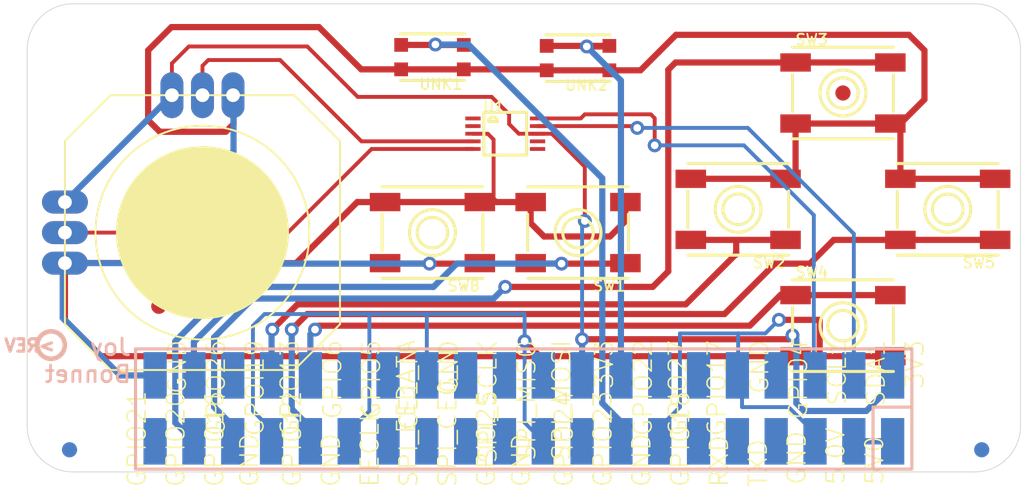
<source format=kicad_pcb>
(kicad_pcb (version 20211014) (generator pcbnew)
  (layers (0 "F.Cu" signal) (31 "B.Cu" signal) (34 "B.Paste" user) (35 "F.Paste" user) (36 "B.SilkS" user "B.Silkscreen") (37 "F.SilkS" user "F.Silkscreen") (38 "B.Mask" user) (39 "F.Mask" user) (44 "Edge.Cuts" user))
  (net 0 "")
  (net 1 "SDA")
  (net 2 "SCL")
  (net 3 "GPIO4")
  (net 4 "GPIO17")
  (net 5 "GPIO27")
  (net 6 "SPI_MOSI")
  (net 7 "SPI_MISO")
  (net 8 "SPI_SCLK")
  (net 9 "GPIO5")
  (net 10 "3.3V")
  (net 11 "GND")
  (net 12 "TXD")
  (net 13 "RXD")
  (net 14 "GPIO24")
  (net 15 "GPIO25")
  (net 16 "SPI_CE0")
  (net 17 "SPI_CE1")
  (net 18 "EECLK")
  (net 19 "EEDATA")
  (net 20 "+5V")
  (net 21 "BCLK")
  (net 22 "LRCLK")
  (net 23 "DIN")
  (net 24 "JOYVERT")
  (net 25 "A")
  (net 26 "Y")
  (net 27 "X")
  (net 28 "B")
  (net 29 "SELECT")
  (net 30 "START")
  (net 31 "PLAYER1")
  (net 32 "PLAYER2")
  (net 33 "JOYHORIZ")
  (footprint "boardEagle:MSOP10" (layer "F.Cu") (at 147.2826 98.1824 -90)
    (fp_text reference "U1" (at -1.778 1.524) (layer "F.SilkS") (effects (font (size 0.692831 0.692831) (thickness 0.119969)) (justify left)))
    (fp_text value "ADS1015")
    (fp_line (start -1.4 -1.4) (end 1.4 -1.4) (layer "F.SilkS") (width 0.2032))
    (fp_line (start -0.8 0.5) (end -0.8 1.1) (layer "F.SilkS") (width 0.2032))
    (fp_line (start -1.4 1.4) (end -1.4 -1.4) (layer "F.SilkS") (width 0.2032))
    (fp_line (start 1.4 1.4) (end -1.4 1.4) (layer "F.SilkS") (width 0.2032))
    (fp_line (start 1.4 -1.4) (end 1.4 1.4) (layer "F.SilkS") (width 0.2032))
    (fp_arc (start -0.8 1.1) (mid -1.1 0.8) (end -0.8 0.5) (layer "F.SilkS") (width 0.2032))
    (pad "1" smd rect (at -1 2.1131 270) (size 0.25 1) (layers "F.Cu" "F.Paste" "F.Mask"))
    (pad "2" smd rect (at -0.5 2.1131 270) (size 0.25 1) (layers "F.Cu" "F.Paste" "F.Mask"))
    (pad "3" smd rect (at 0 2.1131 270) (size 0.25 1) (layers "F.Cu" "F.Paste" "F.Mask") (net 11 "GND"))
    (pad "4" smd rect (at 0.5 2.1131 270) (size 0.25 1) (layers "F.Cu" "F.Paste" "F.Mask") (net 33 "JOYHORIZ"))
    (pad "5" smd rect (at 1 2.1131 270) (size 0.25 1) (layers "F.Cu" "F.Paste" "F.Mask") (net 24 "JOYVERT"))
    (pad "6" smd rect (at 1 -2.1131 90) (size 0.25 1) (layers "F.Cu" "F.Paste" "F.Mask"))
    (pad "7" smd rect (at 0.5 -2.1131 90) (size 0.25 1) (layers "F.Cu" "F.Paste" "F.Mask"))
    (pad "8" smd rect (at 0 -2.1131 90) (size 0.25 1) (layers "F.Cu" "F.Paste" "F.Mask") (net 10 "3.3V"))
    (pad "9" smd rect (at -0.5 -2.1131 90) (size 0.25 1) (layers "F.Cu" "F.Paste" "F.Mask") (net 1 "SDA"))
    (pad "10" smd rect (at -1 -2.1131 90) (size 0.25 1) (layers "F.Cu" "F.Paste" "F.Mask") (net 2 "SCL"))
  )
  (footprint "boardEagle:EVQ-Q2_SMALLER" (layer "F.Cu") (at 169.3806 110.7554)
    (fp_text reference "SW4" (at -3.175 -3.5) (layer "F.SilkS") (effects (font (size 0.692831 0.692831) (thickness 0.119969)) (justify left)))
    (fp_text value "EVQQ")
    (fp_line (start 3.3 -1.2) (end 3.3 1.2) (layer "F.SilkS") (width 0.2032))
    (fp_line (start -3.3 -3) (end 3.3 -3) (layer "F.SilkS") (width 0.2032))
    (fp_line (start -3.3 1.2) (end -3.3 -1.2) (layer "F.SilkS") (width 0.2032))
    (fp_line (start 3.3 3) (end -3.3 3) (layer "F.SilkS") (width 0.2032))
    (fp_circle (center 0 0) (end 1 0) (layer "F.SilkS") (width 0.2032) (fill none))
    (fp_circle (center 0 0) (end 1.5033 0) (layer "F.SilkS") (width 0.2032) (fill none))
    (pad "A" smd rect (at -3.1 2) (size 2 1.2) (layers "F.Cu" "F.Paste" "F.Mask") (net 11 "GND"))
    (pad "A'" smd rect (at 3.1 2) (size 2 1.2) (layers "F.Cu" "F.Paste" "F.Mask") (net 11 "GND"))
    (pad "B" smd rect (at -3.1 -2) (size 2 1.2) (layers "F.Cu" "F.Paste" "F.Mask") (net 28 "B"))
    (pad "B'" smd rect (at 3.1 -2) (size 2 1.2) (layers "F.Cu" "F.Paste" "F.Mask") (net 28 "B"))
  )
  (footprint "boardEagle:FIDUCIAL_1MM" (layer "F.Cu") (at 169.3806 95.5154)
    (fp_text reference "FID2" hide)
    (fp_text value "FIDUCIAL_1MM" hide)
    (pad "1" smd roundrect (at 0 0) (size 1 1) (layers "F.Cu" "F.Mask") (roundrect_rratio 0.5))
  )
  (footprint "boardEagle:JOYSTICK_ANALOG_MINITHM" (layer "F.Cu") (at 127.4706 104.6594 90)
    (fp_text reference "JOY1" hide)
    (fp_text value "JOYSTICK_ANALOG_XY" hide)
    (fp_line (start 6 -9) (end 9 -6) (layer "F.SilkS") (width 0.127))
    (fp_line (start 6 9) (end -6 9) (layer "F.SilkS") (width 0.127))
    (fp_line (start -9 6) (end -9 -6) (layer "F.SilkS") (width 0.127))
    (fp_line (start -6 -9) (end 6 -9) (layer "F.SilkS") (width 0.127))
    (fp_line (start 9 -6) (end 9 6) (layer "F.SilkS") (width 0.127))
    (fp_line (start -9 -6) (end -6 -9) (layer "F.SilkS") (width 0.127))
    (fp_line (start -6 9) (end -9 6) (layer "F.SilkS") (width 0.127))
    (fp_line (start 9 6) (end 6 9) (layer "F.SilkS") (width 0.127))
    (fp_circle (center 0 0) (end 7 0) (layer "F.SilkS") (width 0.127) (fill none))
    (fp_poly (pts (xy 0.467692 -5.64421) (xy 0.932191 -5.58631) (xy 1.390321 -5.490251) (xy 1.838953 -5.356688) (xy 2.275024 -5.186532) (xy 2.695554 -4.980947) (xy 3.097671 -4.741338) (xy 3.478627 -4.46934) (xy 3.835821 -4.166812) (xy 4.166812 -3.835821) (xy 4.46934 -3.478627) (xy 4.741338 -3.097671) (xy 4.980947 -2.695554) (xy 5.186532 -2.275024) (xy 5.356688 -1.838953) (xy 5.490251 -1.390321) (xy 5.586581 -0.930903) (xy 5.663609 -0.001315) (xy 5.64421 0.467692) (xy 5.58631 0.932191) (xy 5.490251 1.390321) (xy 5.356688 1.838953) (xy 5.186532 2.275024) (xy 4.980947 2.695554) (xy 4.741338 3.097671) (xy 4.46934 3.478627) (xy 4.166812 3.835821) (xy 3.835821 4.166812) (xy 3.478627 4.46934) (xy 3.097671 4.741338) (xy 2.695554 4.980947) (xy 2.275024 5.186532) (xy 1.838953 5.356688) (xy 1.390321 5.490251) (xy 0.932191 5.58631) (xy 0.467692 5.64421) (xy 0 5.663554) (xy -0.467692 5.64421) (xy -0.932191 5.58631) (xy -1.390321 5.490251) (xy -1.838953 5.356688) (xy -2.275024 5.186532) (xy -2.695554 4.980947) (xy -3.097671 4.741338) (xy -3.478627 4.46934) (xy -3.835821 4.166812) (xy -4.166812 3.835821) (xy -4.46934 3.478627) (xy -4.741338 3.097671) (xy -4.980947 2.695554) (xy -5.186532 2.275024) (xy -5.356688 1.838953) (xy -5.490251 1.390321) (xy -5.58631 0.932191) (xy -5.64421 0.467692) (xy -5.663554 0) (xy -5.64421 -0.467692) (xy -5.58631 -0.932191) (xy -5.490251 -1.390321) (xy -5.356688 -1.838953) (xy -5.186532 -2.275024) (xy -4.980947 -2.695554) (xy -4.741338 -3.097671) (xy -4.46934 -3.478627) (xy -4.166812 -3.835821) (xy -3.835821 -4.166812) (xy -3.478627 -4.46934) (xy -3.097671 -4.741338) (xy -2.695554 -4.980947) (xy -2.275024 -5.186532) (xy -1.838953 -5.356688) (xy -1.390321 -5.490251) (xy -0.932191 -5.58631) (xy -0.467692 -5.64421) (xy 0 -5.663554)) (layer "F.SilkS") (width 0) (fill solid))
    (pad "" np_thru_hole circle (at 6 6 90) (size 1.6 1.6) (drill 1.6) (layers *.Cu *.Mask))
    (pad "" np_thru_hole circle (at -6 -6 90) (size 1.6 1.6) (drill 1.6) (layers *.Cu *.Mask))
    (pad "X" thru_hole oval (at 0 -9 180) (size 3 1.5) (drill 0.9) (layers *.Cu *.Mask) (net 24 "JOYVERT"))
    (pad "X+" thru_hole oval (at 2 -9 180) (size 3 1.5) (drill 0.9) (layers *.Cu *.Mask) (net 10 "3.3V"))
    (pad "X-" thru_hole oval (at -2 -9 180) (size 3 1.5) (drill 0.9) (layers *.Cu *.Mask) (net 11 "GND"))
    (pad "Y" thru_hole oval (at 9 0 90) (size 3 1.5) (drill 0.9) (layers *.Cu *.Mask) (net 33 "JOYHORIZ"))
    (pad "Y+" thru_hole oval (at 9 -2 90) (size 3 1.5) (drill 0.9) (layers *.Cu *.Mask) (net 10 "3.3V"))
    (pad "Y-" thru_hole oval (at 9 2 90) (size 3 1.5) (drill 0.9) (layers *.Cu *.Mask) (net 11 "GND"))
  )
  (footprint "boardEagle:EVQ-Q2_SMALLER" (layer "F.Cu") (at 176.2386 103.1354 180)
    (fp_text reference "SW5" (at -3.175 -3.5) (layer "F.SilkS") (effects (font (size 0.692831 0.692831) (thickness 0.119969)) (justify right)))
    (fp_text value "EVQQ")
    (fp_line (start -3.3 1.2) (end -3.3 -1.2) (layer "F.SilkS") (width 0.2032))
    (fp_line (start 3.3 3) (end -3.3 3) (layer "F.SilkS") (width 0.2032))
    (fp_line (start -3.3 -3) (end 3.3 -3) (layer "F.SilkS") (width 0.2032))
    (fp_line (start 3.3 -1.2) (end 3.3 1.2) (layer "F.SilkS") (width 0.2032))
    (fp_circle (center 0 0) (end 1 0) (layer "F.SilkS") (width 0.2032) (fill none))
    (fp_circle (center 0 0) (end 1.5033 0) (layer "F.SilkS") (width 0.2032) (fill none))
    (pad "A" smd rect (at -3.1 2 180) (size 2 1.2) (layers "F.Cu" "F.Paste" "F.Mask") (net 11 "GND"))
    (pad "A'" smd rect (at 3.1 2 180) (size 2 1.2) (layers "F.Cu" "F.Paste" "F.Mask") (net 11 "GND"))
    (pad "B" smd rect (at -3.1 -2 180) (size 2 1.2) (layers "F.Cu" "F.Paste" "F.Mask") (net 25 "A"))
    (pad "B'" smd rect (at 3.1 -2 180) (size 2 1.2) (layers "F.Cu" "F.Paste" "F.Mask") (net 25 "A"))
  )
  (footprint "boardEagle:PI_BONNET_SMT" (layer "F.Cu") (at 181.0011 89.6734 180)
    (fp_text reference "RPI1" hide)
    (fp_text value "RASPBERRYPI_BPLUS_BONNETSMT" hide)
    (fp_text user "GPIO23" (at 26.6576 -31.7378 270) (layer "F.SilkS") (effects (font (size 1.1684 1.1684) (thickness 0.1016)) (justify left bottom)))
    (fp_text user "GPIO12" (at 46.9776 -31.7378 270) (layer "F.SilkS") (effects (font (size 1.1684 1.1684) (thickness 0.1016)) (justify left bottom)))
    (fp_text user "GND" (at 13.9576 -31.5854 270) (layer "F.SilkS") (effects (font (size 1.1684 1.1684) (thickness 0.1016)) (justify left bottom)))
    (fp_text user "GPIO25" (at 34.2776 -31.7378 270) (layer "F.SilkS") (effects (font (size 1.1684 1.1684) (thickness 0.1016)) (justify left bottom)))
    (fp_text user "GND" (at 55.8676 -21.9334 270) (layer "F.SilkS") (effects (font (size 1.1684 1.1684) (thickness 0.1016)) (justify right top)))
    (fp_text user "GPIO27" (at 23.1016 -21.9334 270) (layer "F.SilkS") (effects (font (size 1.1684 1.1684) (thickness 0.1016)) (justify right top)))
    (fp_text user "RXD" (at 19.0376 -31.7378 270) (layer "F.SilkS") (effects (font (size 1.1684 1.1684) (thickness 0.1016)) (justify left bottom)))
    (fp_text user "GND" (at 49.7716 -31.7378 270) (layer "F.SilkS") (effects (font (size 1.1684 1.1684) (thickness 0.1016)) (justify left bottom)))
    (fp_text user "GPIO21" (at 57.1376 -31.7378 270) (layer "F.SilkS") (effects (font (size 1.1684 1.1684) (thickness 0.1016)) (justify left bottom)))
    (fp_text user "GPIO6" (at 45.7076 -21.9334 270) (layer "F.SilkS") (effects (font (size 1.1684 1.1684) (thickness 0.1016)) (justify right top)))
    (fp_text user "GND" (at 31.9916 -31.7378 270) (layer "F.SilkS") (effects (font (size 1.1684 1.1684) (thickness 0.1016)) (justify left bottom)))
    (fp_text user "SCL1" (at 12.6876 -21.9334 270) (layer "F.SilkS") (effects (font (size 1.1684 1.1684) (thickness 0.1016)) (justify right top)))
    (fp_text user "GPIO20" (at 54.5976 -31.7378 270) (layer "F.SilkS") (effects (font (size 1.1684 1.1684) (thickness 0.1016)) (justify left bottom)))
    (fp_text user "SPI_SCLK" (at 35.5476 -21.9334 270) (layer "F.SilkS") (effects (font (size 1.1684 1.1684) (thickness 0.1016)) (justify right top)))
    (fp_text user "5.0V" (at 11.4176 -31.5854 270) (layer "F.SilkS") (effects (font (size 1.1684 1.1684) (thickness 0.1016)) (justify left bottom)))
    (fp_text user "EECLK" (at 41.8976 -31.7378 270) (layer "F.SilkS") (effects (font (size 1.1684 1.1684) (thickness 0.1016)) (justify left bottom)))
    (fp_text user "GPIO24" (at 29.1976 -31.7378 270) (layer "F.SilkS") (effects (font (size 1.1684 1.1684) (thickness 0.1016)) (justify left bottom)))
    (fp_text user "GPIO5" (at 43.1676 -21.9334 270) (layer "F.SilkS") (effects (font (size 1.1684 1.1684) (thickness 0.1016)) (justify right top)))
    (fp_text user "SPI_MOSI" (at 30.7216 -21.9334 270) (layer "F.SilkS") (effects (font (size 1.1684 1.1684) (thickness 0.1016)) (justify right top)))
    (fp_text user "GND" (at 17.7676 -21.9334 270) (layer "F.SilkS") (effects (font (size 1.1684 1.1684) (thickness 0.1016)) (justify right top)))
    (fp_text user "SPI_CE1_N" (at 39.3576 -31.7378 270) (layer "F.SilkS") (effects (font (size 1.1684 1.1684) (thickness 0.1016)) (justify left bottom)))
    (fp_text user "GPIO13" (at 48.5016 -21.9334 270) (layer "F.SilkS") (effects (font (size 1.1684 1.1684) (thickness 0.1016)) (justify right top)))
    (fp_text user "GND" (at 38.0876 -21.9334 270) (layer "F.SilkS") (effects (font (size 1.1684 1.1684) (thickness 0.1016)) (justify right top)))
    (fp_text user "GPIO17" (at 20.5616 -21.9334 270) (layer "F.SilkS") (effects (font (size 1.1684 1.1684) (thickness 0.1016)) (justify right top)))
    (fp_text user "SPI_CE0_N" (at 36.8176 -31.7378 270) (layer "F.SilkS") (effects (font (size 1.1684 1.1684) (thickness 0.1016)) (justify left bottom)))
    (fp_text user "GPIO26" (at 53.3276 -21.9334 270) (layer "F.SilkS") (effects (font (size 1.1684 1.1684) (thickness 0.1016)) (justify right top)))
    (fp_text user "3V3" (at 27.9276 -21.9334 270) (layer "F.SilkS") (effects (font (size 1.1684 1.1684) (thickness 0.1016)) (justify right top)))
    (fp_text user "3V3" (at 7.6076 -21.9334 270) (layer "F.SilkS") (effects (font (size 1.1684 1.1684) (thickness 0.1016)) (justify right top)))
    (fp_text user "SPI_MISO" (at 33.0076 -21.9334 270) (layer "F.SilkS") (effects (font (size 1.1684 1.1684) (thickness 0.1016)) (justify right top)))
    (fp_text user "GND" (at 24.1176 -31.7378 270) (layer "F.SilkS") (effects (font (size 1.1684 1.1684) (thickness 0.1016)) (justify left bottom)))
    (fp_text user "GPIO16" (at 52.0576 -31.7378 270) (layer "F.SilkS") (effects (font (size 1.1684 1.1684) (thickness 0.1016)) (justify left bottom)))
    (fp_text user "GPIO22" (at 25.3876 -21.9334 270) (layer "F.SilkS") (effects (font (size 1.1684 1.1684) (thickness 0.1016)) (justify right top)))
    (fp_text user "GND" (at 44.4376 -31.7378 270) (layer "F.SilkS") (effects (font (size 1.1684 1.1684) (thickness 0.1016)) (justify left bottom)))
    (fp_text user "GPIO18" (at 21.5776 -31.7378 270) (layer "F.SilkS") (effects (font (size 1.1684 1.1684) (thickness 0.1016)) (justify left bottom)))
    (fp_text user "EEDATA" (at 40.8816 -21.9334 270) (layer "F.SilkS") (effects (font (size 1.1684 1.1684) (thickness 0.1016)) (justify right top)))
    (fp_text user "GPOI19" (at 50.7876 -21.9334 270) (layer "F.SilkS") (effects (font (size 1.1684 1.1684) (thickness 0.1016)) (justify right top)))
    (fp_text user "TXD" (at 16.4976 -31.7378 270) (layer "F.SilkS") (effects (font (size 1.1684 1.1684) (thickness 0.1016)) (justify left bottom)))
    (fp_text user "SDA1" (at 10.1476 -21.9334 270) (layer "F.SilkS") (effects (font (size 1.1684 1.1684) (thickness 0.1016)) (justify right top)))
    (fp_text user "5V0" (at 8.8776 -31.5854 270) (layer "F.SilkS") (effects (font (size 1.1684 1.1684) (thickness 0.1016)) (justify left bottom)))
    (fp_text user "GPIO4" (at 15.2276 -21.9334 270) (layer "F.SilkS") (effects (font (size 1.1684 1.1684) (thickness 0.1016)) (justify right top)))
    (fp_line (start 9.652 -30.48) (end 7.112 -30.48) (layer "B.SilkS") (width 0.2032))
    (fp_line (start 7.112 -26.416) (end 7.112 -22.606) (layer "B.SilkS") (width 0.2032))
    (fp_line (start 57.912 -22.606) (end 57.912 -30.48) (layer "B.SilkS") (width 0.2032))
    (fp_line (start 7.112 -30.48) (end 7.112 -26.416) (layer "B.SilkS") (width 0.2032))
    (fp_line (start 57.912 -30.48) (end 9.652 -30.48) (layer "B.SilkS") (width 0.2032))
    (fp_line (start 7.112 -26.416) (end 9.652 -26.416) (layer "B.SilkS") (width 0.2032))
    (fp_line (start 7.112 -22.606) (end 57.912 -22.606) (layer "B.SilkS") (width 0.2032))
    (fp_line (start 9.652 -26.416) (end 9.652 -30.48) (layer "B.SilkS") (width 0.2032))
    (fp_line (start 65 -3) (end 65 -27.6604) (layer "Edge.Cuts") (width 0.05))
    (fp_line (start 0 -27.6604) (end 0 -3) (layer "Edge.Cuts") (width 0.05))
    (fp_line (start 3 0) (end 62 0) (layer "Edge.Cuts") (width 0.05))
    (fp_line (start 62 -30.6604) (end 3 -30.6604) (layer "Edge.Cuts") (width 0.05))
    (fp_arc (start 65 -3) (mid 64.12132 -0.87868) (end 62 0) (layer "Edge.Cuts") (width 0.05))
    (fp_arc (start 62 -30.6604) (mid 64.12132 -29.78172) (end 65 -27.6604) (layer "Edge.Cuts") (width 0.05))
    (fp_arc (start 0 -27.6604) (mid 0.87868 -29.78172) (end 3 -30.6604) (layer "Edge.Cuts") (width 0.05))
    (fp_arc (start 3 0) (mid 0.87868 -0.87868) (end 0 -3) (layer "Edge.Cuts") (width 0.05))
    (pad "" np_thru_hole circle (at 61.5 -26.5 180) (size 2.8 2.8) (drill 2.8) (layers *.Cu *.Mask))
    (pad "" np_thru_hole circle (at 61.5 -3.5 180) (size 2.8 2.8) (drill 2.8) (layers *.Cu *.Mask))
    (pad "" np_thru_hole circle (at 3.5 -3.5 180) (size 2.8 2.8) (drill 2.8) (layers *.Cu *.Mask))
    (pad "" np_thru_hole circle (at 3.5 -26.5 180) (size 2.8 2.8) (drill 2.8) (layers *.Cu *.Mask))
    (pad "1" smd rect (at 8.3696 -24.3394 90) (size 3.048 1.524) (layers "B.Cu" "B.Paste" "B.Mask") (net 10 "3.3V"))
    (pad "2" smd rect (at 8.3696 -28.6574 90) (size 3.048 1.524) (layers "B.Cu" "B.Paste" "B.Mask") (net 20 "+5V"))
    (pad "3" smd rect (at 10.9096 -24.3394 270) (size 3.048 1.524) (layers "B.Cu" "B.Paste" "B.Mask") (net 1 "SDA"))
    (pad "4" smd rect (at 10.9096 -28.6574 90) (size 3.048 1.524) (layers "B.Cu" "B.Paste" "B.Mask") (net 20 "+5V"))
    (pad "5" smd rect (at 13.4496 -24.3394 270) (size 3.048 1.524) (layers "B.Cu" "B.Paste" "B.Mask") (net 2 "SCL"))
    (pad "6" smd rect (at 13.4496 -28.6574 90) (size 3.048 1.524) (layers "B.Cu" "B.Paste" "B.Mask") (net 11 "GND"))
    (pad "7" smd rect (at 15.9896 -24.3394 270) (size 3.048 1.524) (layers "B.Cu" "B.Paste" "B.Mask") (net 3 "GPIO4"))
    (pad "8" smd rect (at 15.9896 -28.6574 90) (size 3.048 1.524) (layers "B.Cu" "B.Paste" "B.Mask") (net 12 "TXD"))
    (pad "9" smd rect (at 18.5296 -24.3394 270) (size 3.048 1.524) (layers "B.Cu" "B.Paste" "B.Mask") (net 11 "GND"))
    (pad "10" smd rect (at 18.5296 -28.6574 90) (size 3.048 1.524) (layers "B.Cu" "B.Paste" "B.Mask") (net 13 "RXD"))
    (pad "11" smd rect (at 21.0696 -24.3394 270) (size 3.048 1.524) (layers "B.Cu" "B.Paste" "B.Mask") (net 4 "GPIO17"))
    (pad "12" smd rect (at 21.0696 -28.6574 90) (size 3.048 1.524) (layers "B.Cu" "B.Paste" "B.Mask") (net 21 "BCLK"))
    (pad "13" smd rect (at 23.6096 -24.3394 270) (size 3.048 1.524) (layers "B.Cu" "B.Paste" "B.Mask") (net 5 "GPIO27"))
    (pad "14" smd rect (at 23.6096 -28.6574 90) (size 3.048 1.524) (layers "B.Cu" "B.Paste" "B.Mask") (net 11 "GND"))
    (pad "15" smd rect (at 26.1496 -24.3394 270) (size 3.048 1.524) (layers "B.Cu" "B.Paste" "B.Mask") (net 31 "PLAYER1"))
    (pad "16" smd rect (at 26.1496 -28.6574 90) (size 3.048 1.524) (layers "B.Cu" "B.Paste" "B.Mask") (net 32 "PLAYER2"))
    (pad "17" smd rect (at 28.6896 -24.3394 270) (size 3.048 1.524) (layers "B.Cu" "B.Paste" "B.Mask") (net 10 "3.3V"))
    (pad "18" smd rect (at 28.6896 -28.6574 90) (size 3.048 1.524) (layers "B.Cu" "B.Paste" "B.Mask") (net 14 "GPIO24"))
    (pad "19" smd rect (at 31.2296 -24.3394 270) (size 3.048 1.524) (layers "B.Cu" "B.Paste" "B.Mask") (net 6 "SPI_MOSI"))
    (pad "20" smd rect (at 31.2296 -28.6574 90) (size 3.048 1.524) (layers "B.Cu" "B.Paste" "B.Mask") (net 11 "GND"))
    (pad "21" smd rect (at 33.7696 -24.3394 270) (size 3.048 1.524) (layers "B.Cu" "B.Paste" "B.Mask") (net 7 "SPI_MISO"))
    (pad "22" smd rect (at 33.7696 -28.6574 90) (size 3.048 1.524) (layers "B.Cu" "B.Paste" "B.Mask") (net 15 "GPIO25"))
    (pad "23" smd rect (at 36.3096 -24.3394 270) (size 3.048 1.524) (layers "B.Cu" "B.Paste" "B.Mask") (net 8 "SPI_SCLK"))
    (pad "24" smd rect (at 36.3096 -28.6574 90) (size 3.048 1.524) (layers "B.Cu" "B.Paste" "B.Mask") (net 16 "SPI_CE0"))
    (pad "25" smd rect (at 38.8496 -24.3394 270) (size 3.048 1.524) (layers "B.Cu" "B.Paste" "B.Mask") (net 11 "GND"))
    (pad "26" smd rect (at 38.8496 -28.6574 90) (size 3.048 1.524) (layers "B.Cu" "B.Paste" "B.Mask") (net 17 "SPI_CE1"))
    (pad "27" smd rect (at 41.3896 -24.3394 270) (size 3.048 1.524) (layers "B.Cu" "B.Paste" "B.Mask") (net 19 "EEDATA"))
    (pad "28" smd rect (at 41.3896 -28.6574 90) (size 3.048 1.524) (layers "B.Cu" "B.Paste" "B.Mask") (net 18 "EECLK"))
    (pad "29" smd rect (at 43.9296 -24.3394 270) (size 3.048 1.524) (layers "B.Cu" "B.Paste" "B.Mask") (net 9 "GPIO5"))
    (pad "30" smd rect (at 43.9296 -28.6574 90) (size 3.048 1.524) (layers "B.Cu" "B.Paste" "B.Mask") (net 11 "GND"))
    (pad "31" smd rect (at 46.4696 -24.3394 270) (size 3.048 1.524) (layers "B.Cu" "B.Paste" "B.Mask") (net 28 "B"))
    (pad "32" smd rect (at 46.4696 -28.6574 90) (size 3.048 1.524) (layers "B.Cu" "B.Paste" "B.Mask") (net 25 "A"))
    (pad "33" smd rect (at 49.0096 -24.3394 270) (size 3.048 1.524) (layers "B.Cu" "B.Paste" "B.Mask") (net 26 "Y"))
    (pad "34" smd rect (at 49.0096 -28.6574 90) (size 3.048 1.524) (layers "B.Cu" "B.Paste" "B.Mask") (net 11 "GND"))
    (pad "35" smd rect (at 51.5496 -24.3394 270) (size 3.048 1.524) (layers "B.Cu" "B.Paste" "B.Mask") (net 22 "LRCLK"))
    (pad "36" smd rect (at 51.5496 -28.6574 90) (size 3.048 1.524) (layers "B.Cu" "B.Paste" "B.Mask") (net 27 "X"))
    (pad "37" smd rect (at 54.0896 -24.3394 270) (size 3.048 1.524) (layers "B.Cu" "B.Paste" "B.Mask") (net 30 "START"))
    (pad "38" smd rect (at 54.0896 -28.6574 90) (size 3.048 1.524) (layers "B.Cu" "B.Paste" "B.Mask") (net 29 "SELECT"))
    (pad "39" smd rect (at 56.6296 -24.3394 270) (size 3.048 1.524) (layers "B.Cu" "B.Paste" "B.Mask") (net 11 "GND"))
    (pad "40" smd rect (at 56.6296 -28.6574 90) (size 3.048 1.524) (layers "B.Cu" "B.Paste" "B.Mask") (net 23 "DIN"))
    (pad "41" smd roundrect (at 2.54 -29.21) (size 1 1) (layers "B.Cu" "B.Mask") (roundrect_rratio 0.5))
    (pad "42" smd roundrect (at 62.23 -29.21) (size 1 1) (layers "B.Cu" "B.Mask") (roundrect_rratio 0.5))
  )
  (footprint "boardEagle:EVQ-Q2_SMALLER" (layer "F.Cu") (at 142.5201 104.6594 180)
    (fp_text reference "SW8" (at -3.175 -3.5) (layer "F.SilkS") (effects (font (size 0.692831 0.692831) (thickness 0.119969)) (justify right)))
    (fp_text value "EVQQ")
    (fp_line (start 3.3 3) (end -3.3 3) (layer "F.SilkS") (width 0.2032))
    (fp_line (start -3.3 1.2) (end -3.3 -1.2) (layer "F.SilkS") (width 0.2032))
    (fp_line (start 3.3 -1.2) (end 3.3 1.2) (layer "F.SilkS") (width 0.2032))
    (fp_line (start -3.3 -3) (end 3.3 -3) (layer "F.SilkS") (width 0.2032))
    (fp_circle (center 0 0) (end 1.5033 0) (layer "F.SilkS") (width 0.2032) (fill none))
    (fp_circle (center 0 0) (end 1 0) (layer "F.SilkS") (width 0.2032) (fill none))
    (pad "A" smd rect (at -3.1 2 180) (size 2 1.2) (layers "F.Cu" "F.Paste" "F.Mask") (net 11 "GND"))
    (pad "A'" smd rect (at 3.1 2 180) (size 2 1.2) (layers "F.Cu" "F.Paste" "F.Mask") (net 11 "GND"))
    (pad "B" smd rect (at -3.1 -2 180) (size 2 1.2) (layers "F.Cu" "F.Paste" "F.Mask") (net 29 "SELECT"))
    (pad "B'" smd rect (at 3.1 -2 180) (size 2 1.2) (layers "F.Cu" "F.Paste" "F.Mask") (net 29 "SELECT"))
  )
  (footprint "boardEagle:FIDUCIAL_1MM" (layer "F.Cu") (at 124.6131 109.4854)
    (fp_text reference "FID3" hide)
    (fp_text value "FIDUCIAL_1MM" hide)
    (pad "1" smd roundrect (at 0 0) (size 1 1) (layers "F.Cu" "F.Mask") (roundrect_rratio 0.5))
  )
  (footprint "boardEagle:EVQ-Q2_SMALLER" (layer "F.Cu") (at 169.3806 95.5154)
    (fp_text reference "SW3" (at -3.175 -3.5) (layer "F.SilkS") (effects (font (size 0.692831 0.692831) (thickness 0.119969)) (justify left)))
    (fp_text value "EVQQ")
    (fp_line (start 3.3 3) (end -3.3 3) (layer "F.SilkS") (width 0.2032))
    (fp_line (start -3.3 -3) (end 3.3 -3) (layer "F.SilkS") (width 0.2032))
    (fp_line (start 3.3 -1.2) (end 3.3 1.2) (layer "F.SilkS") (width 0.2032))
    (fp_line (start -3.3 1.2) (end -3.3 -1.2) (layer "F.SilkS") (width 0.2032))
    (fp_circle (center 0 0) (end 1.5033 0) (layer "F.SilkS") (width 0.2032) (fill none))
    (fp_circle (center 0 0) (end 1 0) (layer "F.SilkS") (width 0.2032) (fill none))
    (pad "A" smd rect (at -3.1 2) (size 2 1.2) (layers "F.Cu" "F.Paste" "F.Mask") (net 11 "GND"))
    (pad "A'" smd rect (at 3.1 2) (size 2 1.2) (layers "F.Cu" "F.Paste" "F.Mask") (net 11 "GND"))
    (pad "B" smd rect (at -3.1 -2) (size 2 1.2) (layers "F.Cu" "F.Paste" "F.Mask") (net 27 "X"))
    (pad "B'" smd rect (at 3.1 -2) (size 2 1.2) (layers "F.Cu" "F.Paste" "F.Mask") (net 27 "X"))
  )
  (footprint "boardEagle:EVQ-Q2_SMALLER" (layer "F.Cu") (at 152.0451 104.6594 180)
    (fp_text reference "SW1" (at -3.175 -3.5) (layer "F.SilkS") (effects (font (size 0.692831 0.692831) (thickness 0.119969)) (justify right)))
    (fp_text value "EVQQ")
    (fp_line (start -3.3 1.2) (end -3.3 -1.2) (layer "F.SilkS") (width 0.2032))
    (fp_line (start -3.3 -3) (end 3.3 -3) (layer "F.SilkS") (width 0.2032))
    (fp_line (start 3.3 -1.2) (end 3.3 1.2) (layer "F.SilkS") (width 0.2032))
    (fp_line (start 3.3 3) (end -3.3 3) (layer "F.SilkS") (width 0.2032))
    (fp_circle (center 0 0) (end 1 0) (layer "F.SilkS") (width 0.2032) (fill none))
    (fp_circle (center 0 0) (end 1.5033 0) (layer "F.SilkS") (width 0.2032) (fill none))
    (pad "A" smd rect (at -3.1 2 180) (size 2 1.2) (layers "F.Cu" "F.Paste" "F.Mask") (net 11 "GND"))
    (pad "A'" smd rect (at 3.1 2 180) (size 2 1.2) (layers "F.Cu" "F.Paste" "F.Mask") (net 11 "GND"))
    (pad "B" smd rect (at -3.1 -2 180) (size 2 1.2) (layers "F.Cu" "F.Paste" "F.Mask") (net 30 "START"))
    (pad "B'" smd rect (at 3.1 -2 180) (size 2 1.2) (layers "F.Cu" "F.Paste" "F.Mask") (net 30 "START"))
  )
  (footprint "boardEagle:EVQ-Q2_SMALLER" (layer "F.Cu") (at 162.5226 103.1354 180)
    (fp_text reference "SW2" (at -3.175 -3.5) (layer "F.SilkS") (effects (font (size 0.692831 0.692831) (thickness 0.119969)) (justify right)))
    (fp_text value "EVQQ")
    (fp_line (start 3.3 -1.2) (end 3.3 1.2) (layer "F.SilkS") (width 0.2032))
    (fp_line (start -3.3 1.2) (end -3.3 -1.2) (layer "F.SilkS") (width 0.2032))
    (fp_line (start -3.3 -3) (end 3.3 -3) (layer "F.SilkS") (width 0.2032))
    (fp_line (start 3.3 3) (end -3.3 3) (layer "F.SilkS") (width 0.2032))
    (fp_circle (center 0 0) (end 1 0) (layer "F.SilkS") (width 0.2032) (fill none))
    (fp_circle (center 0 0) (end 1.5033 0) (layer "F.SilkS") (width 0.2032) (fill none))
    (pad "A" smd rect (at -3.1 2 180) (size 2 1.2) (layers "F.Cu" "F.Paste" "F.Mask") (net 11 "GND"))
    (pad "A'" smd rect (at 3.1 2 180) (size 2 1.2) (layers "F.Cu" "F.Paste" "F.Mask") (net 11 "GND"))
    (pad "B" smd rect (at -3.1 -2 180) (size 2 1.2) (layers "F.Cu" "F.Paste" "F.Mask") (net 26 "Y"))
    (pad "B'" smd rect (at 3.1 -2 180) (size 2 1.2) (layers "F.Cu" "F.Paste" "F.Mask") (net 26 "Y"))
  )
  (footprint "boardEagle:BTN_KMR2_4.6X2.8" (layer "F.Cu") (at 142.5201 93.1659 180)
    (fp_text reference "UNK1" (at -2.032 -1.778) (layer "F.SilkS") (effects (font (size 0.692831 0.692831) (thickness 0.119969)) (justify right)))
    (fp_text value "KMR2")
    (fp_line (start -2.1 -1.5254) (end 2.1 -1.5254) (layer "F.SilkS") (width 0.2032))
    (fp_line (start 2.1 1.5254) (end -2.1 1.5254) (layer "F.SilkS") (width 0.2032))
    (pad "A" smd rect (at 2.05 -0.8 180) (size 0.9 0.9) (layers "F.Cu" "F.Paste" "F.Mask") (net 11 "GND"))
    (pad "A'" smd rect (at -2.05 -0.8 180) (size 0.9 0.9) (layers "F.Cu" "F.Paste" "F.Mask") (net 11 "GND"))
    (pad "B" smd rect (at 2.05 0.8 180) (size 0.9 0.9) (layers "F.Cu" "F.Paste" "F.Mask") (net 32 "PLAYER2"))
    (pad "B'" smd rect (at -2.05 0.8 180) (size 0.9 0.9) (layers "F.Cu" "F.Paste" "F.Mask") (net 32 "PLAYER2"))
  )
  (footprint "boardEagle:BTN_KMR2_4.6X2.8" (layer "F.Cu") (at 152.0451 93.2294 180)
    (fp_text reference "UNK2" (at -2.032 -1.778) (layer "F.SilkS") (effects (font (size 0.692831 0.692831) (thickness 0.119969)) (justify right)))
    (fp_text value "KMR2")
    (fp_line (start -2.1 -1.5254) (end 2.1 -1.5254) (layer "F.SilkS") (width 0.2032))
    (fp_line (start 2.1 1.5254) (end -2.1 1.5254) (layer "F.SilkS") (width 0.2032))
    (pad "A" smd rect (at 2.05 -0.8 180) (size 0.9 0.9) (layers "F.Cu" "F.Paste" "F.Mask") (net 11 "GND"))
    (pad "A'" smd rect (at -2.05 -0.8 180) (size 0.9 0.9) (layers "F.Cu" "F.Paste" "F.Mask") (net 11 "GND"))
    (pad "B" smd rect (at 2.05 0.8 180) (size 0.9 0.9) (layers "F.Cu" "F.Paste" "F.Mask") (net 31 "PLAYER1"))
    (pad "B'" smd rect (at -2.05 0.8 180) (size 0.9 0.9) (layers "F.Cu" "F.Paste" "F.Mask") (net 31 "PLAYER1"))
  )
  (footprint "boardEagle:PCBFEAT-REV-040" (layer "B.Cu") (at 117.5646 112.0254 180)
    (fp_text reference "U$7" hide)
    (fp_text value "" hide)
    (fp_text user ">REV" (at -0.3556 -0.508) (layer "B.SilkS") (effects (font (size 0.8128 0.8128) (thickness 0.2032)) (justify left bottom mirror)))
    (fp_circle (center 0 0) (end 0.898 0) (layer "B.SilkS") (width 0.3048) (fill none))
  )
  (gr_text "Joy\nBonnet" (at 122.8986 114.5654) (layer "B.SilkS") (effects (font (size 1.0922 1.0922) (thickness 0.1778)) (justify left bottom mirror)))
  (segment (start 155.9186 97.8014) (end 155.7996 97.6824) (width 0.254) (layer "F.Cu") (net 1))
  (segment (start 155.7996 97.6824) (end 149.3957 97.6824) (width 0.254) (layer "F.Cu") (net 1))
  (via (at 155.9186 97.8014) (size 0.9064) (drill 0.5) (layers "F.Cu" "B.Cu") (net 1))
  (segment (start 170.0915 104.7353) (end 163.1576 97.8014) (width 0.254) (layer "B.Cu") (net 1))
  (segment (start 170.0915 114.0128) (end 170.0915 104.7353) (width 0.254) (layer "B.Cu") (net 1))
  (segment (start 163.1576 97.8014) (end 155.9186 97.8014) (width 0.254) (layer "B.Cu") (net 1))
  (segment (start 152.4896 96.9124) (end 156.8076 96.9124) (width 0.254) (layer "F.Cu") (net 2))
  (segment (start 149.3957 97.1824) (end 152.2196 97.1824) (width 0.254) (layer "F.Cu") (net 2))
  (segment (start 156.8076 96.9124) (end 157.0616 97.1664) (width 0.254) (layer "F.Cu") (net 2))
  (segment (start 152.2196 97.1824) (end 152.4896 96.9124) (width 0.254) (layer "F.Cu") (net 2))
  (segment (start 157.0616 97.1664) (end 157.0616 98.9444) (width 0.254) (layer "F.Cu") (net 2))
  (via (at 157.0616 98.9444) (size 0.9064) (drill 0.5) (layers "F.Cu" "B.Cu") (net 2))
  (segment (start 157.0616 98.9444) (end 162.9036 98.9444) (width 0.254) (layer "B.Cu") (net 2))
  (segment (start 162.9036 98.9444) (end 167.4756 103.5164) (width 0.254) (layer "B.Cu") (net 2))
  (segment (start 167.4756 113.9369) (end 167.5515 114.0128) (width 0.254) (layer "B.Cu") (net 2))
  (segment (start 167.4756 103.5164) (end 167.4756 113.9369) (width 0.254) (layer "B.Cu") (net 2))
  (segment (start 146.3936 95.7694) (end 147.5366 96.9124) (width 0.254) (layer "F.Cu") (net 10))
  (segment (start 147.5366 96.9124) (end 147.5366 97.5474) (width 0.254) (layer "F.Cu") (net 10))
  (segment (start 126.5816 92.4674) (end 134.3286 92.4674) (width 0.254) (layer "F.Cu") (net 10))
  (segment (start 148.1716 98.1824) (end 149.3957 98.1824) (width 0.254) (layer "F.Cu") (net 10))
  (segment (start 147.5366 97.5474) (end 148.1716 98.1824) (width 0.254) (layer "F.Cu") (net 10))
  (segment (start 152.4896 100.3414) (end 152.4896 103.8974) (width 0.254) (layer "F.Cu") (net 10))
  (segment (start 125.4706 95.6594) (end 125.4706 93.5784) (width 0.254) (layer "F.Cu") (net 10))
  (segment (start 137.6306 95.7694) (end 146.3936 95.7694) (width 0.254) (layer "F.Cu") (net 10))
  (segment (start 125.4706 93.5784) (end 126.5816 92.4674) (width 0.254) (layer "F.Cu") (net 10))
  (segment (start 134.3286 92.4674) (end 137.6306 95.7694) (width 0.254) (layer "F.Cu") (net 10))
  (segment (start 166.0786 111.3904) (end 165.8246 111.6444) (width 0.4064) (layer "F.Cu") (net 10))
  (segment (start 165.8246 111.6444) (end 152.3115 111.6444) (width 0.4064) (layer "F.Cu") (net 10))
  (segment (start 149.3957 98.1824) (end 150.3306 98.1824) (width 0.254) (layer "F.Cu") (net 10))
  (segment (start 150.3306 98.1824) (end 152.4896 100.3414) (width 0.254) (layer "F.Cu") (net 10))
  (via (at 152.3115 111.6444) (size 0.9064) (drill 0.5) (layers "F.Cu" "B.Cu") (net 10))
  (via (at 152.4896 103.8974) (size 0.9064) (drill 0.5) (layers "F.Cu" "B.Cu") (net 10))
  (via (at 166.0786 111.3904) (size 0.9064) (drill 0.5) (layers "F.Cu" "B.Cu") (net 10))
  (segment (start 152.3115 113.4224) (end 152.3115 114.0128) (width 0.254) (layer "B.Cu") (net 10))
  (segment (start 118.4706 102.6594) (end 125.4706 95.6594) (width 0.4064) (layer "B.Cu") (net 10))
  (segment (start 166.8406 116.3434) (end 166.3326 115.8354) (width 0.4064) (layer "B.Cu") (net 10))
  (segment (start 152.4896 103.8974) (end 152.3115 104.0755) (width 0.254) (layer "B.Cu") (net 10))
  (segment (start 170.9046 116.3434) (end 166.8406 116.3434) (width 0.4064) (layer "B.Cu") (net 10))
  (segment (start 166.3326 111.6444) (end 166.0786 111.3904) (width 0.4064) (layer "B.Cu") (net 10))
  (segment (start 152.3115 104.0755) (end 152.3115 111.6444) (width 0.254) (layer "B.Cu") (net 10))
  (segment (start 172.6315 114.0128) (end 172.6315 114.6165) (width 0.4064) (layer "B.Cu") (net 10))
  (segment (start 172.6315 114.6165) (end 170.9046 116.3434) (width 0.4064) (layer "B.Cu") (net 10))
  (segment (start 166.3326 115.8354) (end 166.3326 111.6444) (width 0.4064) (layer "B.Cu") (net 10))
  (segment (start 152.3115 111.6444) (end 152.3115 113.4224) (width 0.4064) (layer "B.Cu") (net 10))
  (segment (start 173.6986 91.7054) (end 174.7146 92.7214) (width 0.4064) (layer "F.Cu") (net 11))
  (segment (start 166.2806 112.7554) (end 149.5366 112.7554) (width 0.4064) (layer "F.Cu") (net 11))
  (segment (start 118.4706 110.3914) (end 118.4706 106.6594) (width 0.4064) (layer "F.Cu") (net 11))
  (segment (start 173.1386 101.1354) (end 179.3386 101.1354) (width 0.4064) (layer "F.Cu") (net 11))
  (segment (start 133.5986 106.6594) (end 118.4706 106.6594) (width 0.4064) (layer "F.Cu") (net 11))
  (segment (start 129.5026 97.5474) (end 129.5026 95.6914) (width 0.4064) (layer "F.Cu") (net 11))
  (segment (start 174.7146 92.7214) (end 174.7146 95.9394) (width 0.4064) (layer "F.Cu") (net 11))
  (segment (start 159.4226 101.1354) (end 165.6226 101.1354) (width 0.4064) (layer "F.Cu") (net 11))
  (segment (start 166.2806 97.5154) (end 172.4806 97.5154) (width 0.4064) (layer "F.Cu") (net 11))
  (segment (start 174.7146 95.9394) (end 173.1386 97.5154) (width 0.4064) (layer "F.Cu") (net 11))
  (segment (start 128.9946 98.0554) (end 129.5026 97.5474) (width 0.4064) (layer "F.Cu") (net 11))
  (segment (start 148.9451 104.0359) (end 149.8226 104.9134) (width 0.4064) (layer "F.Cu") (net 11))
  (segment (start 139.4201 102.6594) (end 137.5986 102.6594) (width 0.4064) (layer "F.Cu") (net 11))
  (segment (start 149.8681 93.9659) (end 149.9951 94.0294) (width 0.4064) (layer "F.Cu") (net 11))
  (segment (start 148.9451 102.6594) (end 146.7746 102.6594) (width 0.4064) (layer "F.Cu") (net 11))
  (segment (start 154.1406 104.9134) (end 155.1451 103.9089) (width 0.4064) (layer "F.Cu") (net 11))
  (segment (start 129.5026 95.6914) (end 129.4706 95.6594) (width 0.4064) (layer "F.Cu") (net 11))
  (segment (start 144.5701 93.9659) (end 149.8681 93.9659) (width 0.4064) (layer "F.Cu") (net 11))
  (segment (start 137.5986 102.6594) (end 133.5986 106.6594) (width 0.4064) (layer "F.Cu") (net 11))
  (segment (start 173.1386 97.5154) (end 173.1386 101.1354) (width 0.4064) (layer "F.Cu") (net 11))
  (segment (start 149.9951 94.0294) (end 154.0951 94.0294) (width 0.4064) (layer "F.Cu") (net 11))
  (segment (start 149.5366 112.7554) (end 148.5526 111.7714) (width 0.4064) (layer "F.Cu") (net 11))
  (segment (start 155.1451 103.9089) (end 155.1451 102.6594) (width 0.4064) (layer "F.Cu") (net 11))
  (segment (start 145.6201 102.6594) (end 139.4201 102.6594) (width 0.4064) (layer "F.Cu") (net 11))
  (segment (start 156.1346 94.0294) (end 158.4586 91.7054) (width 0.4064) (layer "F.Cu") (net 11))
  (segment (start 149.5366 112.7554) (end 120.8346 112.7554) (width 0.4064) (layer "F.Cu") (net 11))
  (segment (start 146.7746 102.6594) (end 145.6201 102.6594) (width 0.4064) (layer "F.Cu") (net 11))
  (segment (start 158.4586 91.7054) (end 173.6986 91.7054) (width 0.4064) (layer "F.Cu") (net 11))
  (segment (start 146.1396 98.1824) (end 146.5206 98.5634) (width 0.254) (layer "F.Cu") (net 11))
  (segment (start 146.5206 102.4054) (end 146.7746 102.6594) (width 0.254) (layer "F.Cu") (net 11))
  (segment (start 165.6226 101.1354) (end 166.2806 101.1354) (width 0.4064) (layer "F.Cu") (net 11))
  (segment (start 166.2806 101.1354) (end 166.2806 97.5154) (width 0.4064) (layer "F.Cu") (net 11))
  (segment (start 148.9451 102.6594) (end 148.9451 104.0359) (width 0.4064) (layer "F.Cu") (net 11))
  (segment (start 140.4701 93.9659) (end 137.8591 93.9659) (width 0.4064) (layer "F.Cu") (net 11))
  (segment (start 123.9146 97.2934) (end 124.6766 98.0554) (width 0.4064) (layer "F.Cu") (net 11))
  (segment (start 172.4806 97.5154) (end 173.1386 97.5154) (width 0.4064) (layer "F.Cu") (net 11))
  (segment (start 166.2806 112.7554) (end 167.8566 112.7554) (width 0.4064) (layer "F.Cu") (net 11))
  (segment (start 165.1896 110.3744) (end 167.8566 110.3744) (width 0.4064) (layer "F.Cu") (net 11))
  (segment (start 125.4386 91.1974) (end 123.9146 92.7214) (width 0.4064) (layer "F.Cu") (net 11))
  (segment (start 166.2806 97.5154) (end 165.6226 97.5154) (width 0.4064) (layer "F.Cu") (net 11))
  (segment (start 137.8591 93.9659) (end 135.0906 91.1974) (width 0.4064) (layer "F.Cu") (net 11))
  (segment (start 146.5206 98.5634) (end 146.5206 102.4054) (width 0.254) (layer "F.Cu") (net 11))
  (segment (start 167.8566 110.3744) (end 167.8566 112.7554) (width 0.4064) (layer "F.Cu") (net 11))
  (segment (start 135.0906 91.1974) (end 125.4386 91.1974) (width 0.4064) (layer "F.Cu") (net 11))
  (segment (start 140.4701 93.9659) (end 144.5701 93.9659) (width 0.4064) (layer "F.Cu") (net 11))
  (segment (start 120.8346 112.7554) (end 118.4706 110.3914) (width 0.4064) (layer "F.Cu") (net 11))
  (segment (start 145.1695 98.1824) (end 146.1396 98.1824) (width 0.254) (layer "F.Cu") (net 11))
  (segment (start 167.8566 112.7554) (end 172.4806 112.7554) (width 0.4064) (layer "F.Cu") (net 11))
  (segment (start 124.6766 98.0554) (end 128.9946 98.0554) (width 0.4064) (layer "F.Cu") (net 11))
  (segment (start 123.9146 92.7214) (end 123.9146 97.2934) (width 0.4064) (layer "F.Cu") (net 11))
  (segment (start 149.8226 104.9134) (end 154.1406 104.9134) (width 0.4064) (layer "F.Cu") (net 11))
  (segment (start 154.0951 94.0294) (end 156.1346 94.0294) (width 0.4064) (layer "F.Cu") (net 11))
  (via (at 148.5526 111.7714) (size 0.9064) (drill 0.5) (layers "F.Cu" "B.Cu") (net 11))
  (via (at 165.1896 110.3744) (size 0.9064) (drill 0.5) (layers "F.Cu" "B.Cu") (net 11))
  (segment (start 165.8246 116.0894) (end 162.7766 116.0894) (width 0.254) (layer "B.Cu") (net 11))
  (segment (start 118.3266 106.8034) (end 118.4706 106.6594) (width 0.4064) (layer "B.Cu") (net 11))
  (segment (start 157.3915 117.4105) (end 158.7126 116.0894) (width 0.254) (layer "B.Cu") (net 11))
  (segment (start 129.5026 95.6914) (end 129.4706 95.6594) (width 0.4064) (layer "B.Cu") (net 11))
  (segment (start 131.9915 118.3308) (end 131.9915 117.5623) (width 0.254) (layer "B.Cu") (net 11))
  (segment (start 138.3926 109.9934) (end 142.1515 109.9934) (width 0.254) (layer "B.Cu") (net 11))
  (segment (start 142.1515 109.9934) (end 148.5526 109.9934) (width 0.254) (layer "B.Cu") (net 11))
  (segment (start 167.5515 117.8163) (end 165.8246 116.0894) (width 0.254) (layer "B.Cu") (net 11))
  (segment (start 164.3006 111.2634) (end 162.5226 111.2634) (width 0.254) (layer "B.Cu") (net 11))
  (segment (start 122.1686 106.6594) (end 129.5026 99.3254) (width 0.4064) (layer "B.Cu") (net 11))
  (segment (start 157.3915 118.3308) (end 157.3915 117.4105) (width 0.254) (layer "B.Cu") (net 11))
  (segment (start 162.7766 114.3179) (end 162.4715 114.0128) (width 0.254) (layer "B.Cu") (net 11))
  (segment (start 142.1515 109.9934) (end 142.1515 114.0128) (width 0.254) (layer "B.Cu") (net 11))
  (segment (start 162.5226 111.2634) (end 162.5226 114.0128) (width 0.254) (layer "B.Cu") (net 11))
  (segment (start 118.4706 106.6594) (end 122.1686 106.6594) (width 0.4064) (layer "B.Cu") (net 11))
  (segment (start 124.3715 114.0128) (end 122.092 114.0128) (width 0.4064) (layer "B.Cu") (net 11))
  (segment (start 130.7726 110.7554) (end 131.5346 109.9934) (width 0.254) (layer "B.Cu") (net 11))
  (segment (start 131.5346 109.9934) (end 138.3926 109.9934) (width 0.254) (layer "B.Cu") (net 11))
  (segment (start 162.5226 114.0128) (end 162.4715 114.0128) (width 0.254) (layer "B.Cu") (net 11))
  (segment (start 137.0715 117.6645) (end 138.3926 116.3434) (width 0.254) (layer "B.Cu") (net 11))
  (segment (start 138.3926 116.3434) (end 138.3926 109.9934) (width 0.254) (layer "B.Cu") (net 11))
  (segment (start 158.7126 111.2634) (end 162.5226 111.2634) (width 0.254) (layer "B.Cu") (net 11))
  (segment (start 130.7726 116.3434) (end 130.7726 110.7554) (width 0.254) (layer "B.Cu") (net 11))
  (segment (start 162.7766 116.0894) (end 162.7766 114.3179) (width 0.254) (layer "B.Cu") (net 11))
  (segment (start 158.7126 116.0894) (end 158.7126 111.2634) (width 0.254) (layer "B.Cu") (net 11))
  (segment (start 148.5526 109.9934) (end 148.5526 111.5174) (width 0.254) (layer "B.Cu") (net 11))
  (segment (start 129.5026 99.3254) (end 129.5026 95.6914) (width 0.4064) (layer "B.Cu") (net 11))
  (segment (start 148.5526 117.1119) (end 149.7715 118.3308) (width 0.254) (layer "B.Cu") (net 11))
  (segment (start 167.5515 118.3308) (end 167.5515 117.8163) (width 0.254) (layer "B.Cu") (net 11))
  (segment (start 165.1896 110.3744) (end 164.3006 111.2634) (width 0.254) (layer "B.Cu") (net 11))
  (segment (start 122.092 114.0128) (end 118.3266 110.2474) (width 0.4064) (layer "B.Cu") (net 11))
  (segment (start 148.5526 111.7714) (end 148.5526 111.5174) (width 0.4064) (layer "B.Cu") (net 11))
  (segment (start 131.9915 117.5623) (end 130.7726 116.3434) (width 0.254) (layer "B.Cu") (net 11))
  (segment (start 137.0715 118.3308) (end 137.0715 117.6645) (width 0.254) (layer "B.Cu") (net 11))
  (segment (start 148.5526 111.7714) (end 148.5526 117.1119) (width 0.254) (layer "B.Cu") (net 11))
  (segment (start 118.3266 110.2474) (end 118.3266 106.8034) (width 0.4064) (layer "B.Cu") (net 11))
  (segment (start 172.6315 118.3308) (end 170.0915 118.3308) (width 0.4064) (layer "B.Cu") (net 20))
  (segment (start 133.0586 104.6594) (end 138.5356 99.1824) (width 0.254) (layer "F.Cu") (net 24))
  (segment (start 118.4706 104.6594) (end 133.0586 104.6594) (width 0.254) (layer "F.Cu") (net 24))
  (segment (start 138.5356 99.1824) (end 145.1695 99.1824) (width 0.254) (layer "F.Cu") (net 24))
  (segment (start 164.9356 106.6914) (end 161.6336 109.9934) (width 0.4064) (layer "F.Cu") (net 25))
  (segment (start 134.3286 109.9934) (end 133.3126 111.0094) (width 0.4064) (layer "F.Cu") (net 25))
  (segment (start 173.1386 105.1354) (end 168.7776 105.1354) (width 0.4064) (layer "F.Cu") (net 25))
  (segment (start 167.2216 106.6914) (end 164.9356 106.6914) (width 0.4064) (layer "F.Cu") (net 25))
  (segment (start 179.3386 105.1354) (end 173.1386 105.1354) (width 0.4064) (layer "F.Cu") (net 25))
  (segment (start 161.6336 109.9934) (end 134.3286 109.9934) (width 0.4064) (layer "F.Cu") (net 25))
  (segment (start 168.7776 105.1354) (end 167.2216 106.6914) (width 0.4064) (layer "F.Cu") (net 25))
  (via (at 133.3126 111.0094) (size 0.9064) (drill 0.5) (layers "F.Cu" "B.Cu") (net 25))
  (segment (start 133.3126 116.2164) (end 134.5315 117.4353) (width 0.4064) (layer "B.Cu") (net 25))
  (segment (start 133.3126 111.0094) (end 133.3126 116.2164) (width 0.4064) (layer "B.Cu") (net 25))
  (segment (start 134.5315 117.4353) (end 134.5315 118.3308) (width 0.4064) (layer "B.Cu") (net 25))
  (segment (start 159.0936 109.3584) (end 133.6936 109.3584) (width 0.4064) (layer "F.Cu") (net 26))
  (segment (start 162.3956 105.1354) (end 165.6226 105.1354) (width 0.4064) (layer "F.Cu") (net 26))
  (segment (start 159.4226 105.1354) (end 162.3956 105.1354) (width 0.4064) (layer "F.Cu") (net 26))
  (segment (start 162.3956 106.0564) (end 162.3956 105.9294) (width 0.4064) (layer "F.Cu") (net 26))
  (segment (start 162.3956 105.9294) (end 162.3956 105.1354) (width 0.4064) (layer "F.Cu") (net 26))
  (segment (start 159.0936 109.3584) (end 162.3956 106.0564) (width 0.4064) (layer "F.Cu") (net 26))
  (segment (start 133.6936 109.3584) (end 132.0426 111.0094) (width 0.4064) (layer "F.Cu") (net 26))
  (segment (start 162.3956 106.0994) (end 162.3956 106.0564) (width 0.4064) (layer "F.Cu") (net 26))
  (via (at 132.0426 111.0094) (size 0.9064) (drill 0.5) (layers "F.Cu" "B.Cu") (net 26))
  (segment (start 132.0426 111.0094) (end 131.9915 111.0605) (width 0.4064) (layer "B.Cu") (net 26))
  (segment (start 131.9915 111.0605) (end 131.9915 114.0128) (width 0.4064) (layer "B.Cu") (net 26))
  (segment (start 157.9506 107.1994) (end 156.9346 108.2154) (width 0.4064) (layer "F.Cu") (net 27))
  (segment (start 156.9346 108.2154) (end 147.2826 108.2154) (width 0.4064) (layer "F.Cu") (net 27))
  (segment (start 158.4266 93.5154) (end 157.9506 93.9914) (width 0.4064) (layer "F.Cu") (net 27))
  (segment (start 157.9506 93.9914) (end 157.9506 107.1994) (width 0.4064) (layer "F.Cu") (net 27))
  (segment (start 166.2806 93.5154) (end 158.4266 93.5154) (width 0.4064) (layer "F.Cu") (net 27))
  (segment (start 166.2806 93.5154) (end 172.4806 93.5154) (width 0.4064) (layer "F.Cu") (net 27))
  (via (at 147.2826 108.2154) (size 0.9064) (drill 0.5) (layers "F.Cu" "B.Cu") (net 27))
  (segment (start 129.4515 117.3083) (end 129.4515 118.3308) (width 0.4064) (layer "B.Cu") (net 27))
  (segment (start 130.7726 108.9774) (end 146.5206 108.9774) (width 0.4064) (layer "B.Cu") (net 27))
  (segment (start 147.2826 108.2154) (end 146.5206 108.9774) (width 0.4064) (layer "B.Cu") (net 27))
  (segment (start 130.7726 108.9774) (end 128.2326 111.5174) (width 0.4064) (layer "B.Cu") (net 27))
  (segment (start 128.2326 116.0894) (end 129.4515 117.3083) (width 0.4064) (layer "B.Cu") (net 27))
  (segment (start 128.2326 111.5174) (end 128.2326 116.0894) (width 0.4064) (layer "B.Cu") (net 27))
  (segment (start 134.8366 111.0094) (end 135.0906 110.7554) (width 0.4064) (layer "F.Cu") (net 28))
  (segment (start 165.3166 108.7234) (end 166.2486 108.7234) (width 0.4064) (layer "F.Cu") (net 28))
  (segment (start 135.0906 110.7554) (end 163.2846 110.7554) (width 0.4064) (layer "F.Cu") (net 28))
  (segment (start 163.2846 110.7554) (end 165.3166 108.7234) (width 0.4064) (layer "F.Cu") (net 28))
  (segment (start 166.2486 108.7234) (end 166.2806 108.7554) (width 0.4064) (layer "F.Cu") (net 28))
  (segment (start 172.4806 108.7554) (end 166.2806 108.7554) (width 0.4064) (layer "F.Cu") (net 28))
  (via (at 134.8366 111.0094) (size 0.9064) (drill 0.5) (layers "F.Cu" "B.Cu") (net 28))
  (segment (start 134.5315 111.3145) (end 134.5315 114.0128) (width 0.4064) (layer "B.Cu") (net 28))
  (segment (start 134.5315 111.3145) (end 134.8366 111.0094) (width 0.4064) (layer "B.Cu") (net 28))
  (segment (start 145.6201 106.6594) (end 145.5881 106.6914) (width 0.4064) (layer "F.Cu") (net 29))
  (segment (start 145.5881 106.6914) (end 142.3296 106.6914) (width 0.4064) (layer "F.Cu") (net 29))
  (segment (start 139.4201 106.6594) (end 139.4521 106.6914) (width 0.4064) (layer "F.Cu") (net 29))
  (segment (start 139.4201 106.6594) (end 139.0596 106.6594) (width 0.4064) (layer "F.Cu") (net 29))
  (segment (start 139.4521 106.6914) (end 142.3296 106.6914) (width 0.4064) (layer "F.Cu") (net 29))
  (via (at 142.3296 106.6914) (size 0.9064) (drill 0.5) (layers "F.Cu" "B.Cu") (net 29))
  (segment (start 125.6926 117.1119) (end 126.9115 118.3308) (width 0.4064) (layer "B.Cu") (net 29))
  (segment (start 130.7726 106.6914) (end 125.6926 111.7714) (width 0.4064) (layer "B.Cu") (net 29))
  (segment (start 142.3296 106.6914) (end 130.7726 106.6914) (width 0.4064) (layer "B.Cu") (net 29))
  (segment (start 125.6926 111.7714) (end 125.6926 117.1119) (width 0.4064) (layer "B.Cu") (net 29))
  (segment (start 155.1131 106.6914) (end 150.9656 106.6914) (width 0.4064) (layer "F.Cu") (net 30))
  (segment (start 148.9771 106.6914) (end 150.9656 106.6914) (width 0.4064) (layer "F.Cu") (net 30))
  (segment (start 155.1451 106.6594) (end 155.1131 106.6914) (width 0.4064) (layer "F.Cu") (net 30))
  (segment (start 148.9451 106.6594) (end 148.9771 106.6914) (width 0.4064) (layer "F.Cu") (net 30))
  (via (at 150.9656 106.6914) (size 0.9064) (drill 0.5) (layers "F.Cu" "B.Cu") (net 30))
  (segment (start 144.1076 106.6914) (end 142.5836 108.2154) (width 0.4064) (layer "B.Cu") (net 30))
  (segment (start 142.5836 108.2154) (end 130.5186 108.2154) (width 0.4064) (layer "B.Cu") (net 30))
  (segment (start 150.9656 106.6914) (end 144.1076 106.6914) (width 0.4064) (layer "B.Cu") (net 30))
  (segment (start 130.5186 108.2154) (end 126.9115 111.8225) (width 0.4064) (layer "B.Cu") (net 30))
  (segment (start 126.9626 113.9617) (end 126.9115 114.0128) (width 0.4064) (layer "B.Cu") (net 30))
  (segment (start 126.9115 111.8225) (end 126.9115 114.0128) (width 0.4064) (layer "B.Cu") (net 30))
  (segment (start 154.0951 92.4294) (end 153.6761 92.4674) (width 0.4064) (layer "F.Cu") (net 31))
  (segment (start 154.0951 92.4294) (end 149.9951 92.4294) (width 0.4064) (layer "F.Cu") (net 31))
  (segment (start 153.6761 92.4674) (end 152.6166 92.4674) (width 0.4064) (layer "F.Cu") (net 31))
  (via (at 152.6166 92.4674) (size 0.9064) (drill 0.5) (layers "F.Cu" "B.Cu") (net 31))
  (segment (start 154.8515 114.0128) (end 154.8515 94.7023) (width 0.4064) (layer "B.Cu") (net 31))
  (segment (start 152.6166 92.4674) (end 154.8515 94.7023) (width 0.4064) (layer "B.Cu") (net 31))
  (segment (start 144.5701 92.3659) (end 142.7361 92.3659) (width 0.4064) (layer "F.Cu") (net 32))
  (segment (start 142.7361 92.3659) (end 142.7106 92.3404) (width 0.4064) (layer "F.Cu") (net 32))
  (segment (start 144.5701 92.3659) (end 140.4701 92.3659) (width 0.4064) (layer "F.Cu") (net 32))
  (via (at 142.7106 92.3404) (size 0.9064) (drill 0.5) (layers "F.Cu" "B.Cu") (net 32))
  (segment (start 144.8696 92.3404) (end 153.6326 101.1034) (width 0.4064) (layer "B.Cu") (net 32))
  (segment (start 154.8515 117.0543) (end 154.8515 118.3308) (width 0.4064) (layer "B.Cu") (net 32))
  (segment (start 153.6326 101.1034) (end 153.6326 115.8354) (width 0.4064) (layer "B.Cu") (net 32))
  (segment (start 142.7106 92.3404) (end 144.8696 92.3404) (width 0.4064) (layer "B.Cu") (net 32))
  (segment (start 153.6326 115.8354) (end 154.8515 117.0543) (width 0.4064) (layer "B.Cu") (net 32))
  (segment (start 127.8516 93.3564) (end 132.5506 93.3564) (width 0.254) (layer "F.Cu") (net 33))
  (segment (start 137.8766 98.6824) (end 145.1695 98.6824) (width 0.254) (layer "F.Cu") (net 33))
  (segment (start 127.4706 95.6594) (end 127.4706 93.7374) (width 0.254) (layer "F.Cu") (net 33))
  (segment (start 127.4706 93.7374) (end 127.8516 93.3564) (width 0.254) (layer "F.Cu") (net 33))
  (segment (start 132.5506 93.3564) (end 137.8766 98.6824) (width 0.254) (layer "F.Cu") (net 33))
)
</source>
